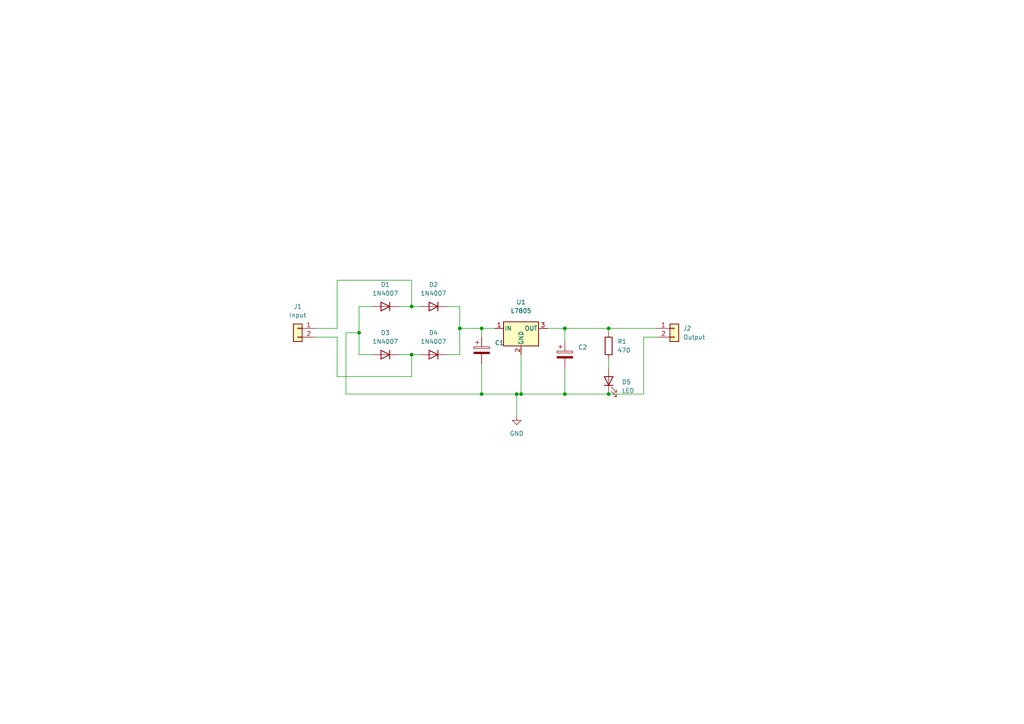
<source format=kicad_sch>
(kicad_sch (version 20211123) (generator eeschema)

  (uuid 4660dd21-c7e0-472c-aaad-92d95d1d41dc)

  (paper "A4")

  (title_block
    (title "Bridge Rectifier and Regulator")
  )

  (lib_symbols
    (symbol "Connector_Generic:Conn_01x02" (pin_names (offset 1.016) hide) (in_bom yes) (on_board yes)
      (property "Reference" "J" (id 0) (at 0 2.54 0)
        (effects (font (size 1.27 1.27)))
      )
      (property "Value" "Conn_01x02" (id 1) (at 0 -5.08 0)
        (effects (font (size 1.27 1.27)))
      )
      (property "Footprint" "" (id 2) (at 0 0 0)
        (effects (font (size 1.27 1.27)) hide)
      )
      (property "Datasheet" "~" (id 3) (at 0 0 0)
        (effects (font (size 1.27 1.27)) hide)
      )
      (property "ki_keywords" "connector" (id 4) (at 0 0 0)
        (effects (font (size 1.27 1.27)) hide)
      )
      (property "ki_description" "Generic connector, single row, 01x02, script generated (kicad-library-utils/schlib/autogen/connector/)" (id 5) (at 0 0 0)
        (effects (font (size 1.27 1.27)) hide)
      )
      (property "ki_fp_filters" "Connector*:*_1x??_*" (id 6) (at 0 0 0)
        (effects (font (size 1.27 1.27)) hide)
      )
      (symbol "Conn_01x02_1_1"
        (rectangle (start -1.27 -2.413) (end 0 -2.667)
          (stroke (width 0.1524) (type default) (color 0 0 0 0))
          (fill (type none))
        )
        (rectangle (start -1.27 0.127) (end 0 -0.127)
          (stroke (width 0.1524) (type default) (color 0 0 0 0))
          (fill (type none))
        )
        (rectangle (start -1.27 1.27) (end 1.27 -3.81)
          (stroke (width 0.254) (type default) (color 0 0 0 0))
          (fill (type background))
        )
        (pin passive line (at -5.08 0 0) (length 3.81)
          (name "Pin_1" (effects (font (size 1.27 1.27))))
          (number "1" (effects (font (size 1.27 1.27))))
        )
        (pin passive line (at -5.08 -2.54 0) (length 3.81)
          (name "Pin_2" (effects (font (size 1.27 1.27))))
          (number "2" (effects (font (size 1.27 1.27))))
        )
      )
    )
    (symbol "Device:C_Polarized" (pin_numbers hide) (pin_names (offset 0.254)) (in_bom yes) (on_board yes)
      (property "Reference" "C" (id 0) (at 0.635 2.54 0)
        (effects (font (size 1.27 1.27)) (justify left))
      )
      (property "Value" "C_Polarized" (id 1) (at 0.635 -2.54 0)
        (effects (font (size 1.27 1.27)) (justify left))
      )
      (property "Footprint" "" (id 2) (at 0.9652 -3.81 0)
        (effects (font (size 1.27 1.27)) hide)
      )
      (property "Datasheet" "~" (id 3) (at 0 0 0)
        (effects (font (size 1.27 1.27)) hide)
      )
      (property "ki_keywords" "cap capacitor" (id 4) (at 0 0 0)
        (effects (font (size 1.27 1.27)) hide)
      )
      (property "ki_description" "Polarized capacitor" (id 5) (at 0 0 0)
        (effects (font (size 1.27 1.27)) hide)
      )
      (property "ki_fp_filters" "CP_*" (id 6) (at 0 0 0)
        (effects (font (size 1.27 1.27)) hide)
      )
      (symbol "C_Polarized_0_1"
        (rectangle (start -2.286 0.508) (end 2.286 1.016)
          (stroke (width 0) (type default) (color 0 0 0 0))
          (fill (type none))
        )
        (polyline
          (pts
            (xy -1.778 2.286)
            (xy -0.762 2.286)
          )
          (stroke (width 0) (type default) (color 0 0 0 0))
          (fill (type none))
        )
        (polyline
          (pts
            (xy -1.27 2.794)
            (xy -1.27 1.778)
          )
          (stroke (width 0) (type default) (color 0 0 0 0))
          (fill (type none))
        )
        (rectangle (start 2.286 -0.508) (end -2.286 -1.016)
          (stroke (width 0) (type default) (color 0 0 0 0))
          (fill (type outline))
        )
      )
      (symbol "C_Polarized_1_1"
        (pin passive line (at 0 3.81 270) (length 2.794)
          (name "~" (effects (font (size 1.27 1.27))))
          (number "1" (effects (font (size 1.27 1.27))))
        )
        (pin passive line (at 0 -3.81 90) (length 2.794)
          (name "~" (effects (font (size 1.27 1.27))))
          (number "2" (effects (font (size 1.27 1.27))))
        )
      )
    )
    (symbol "Device:LED" (pin_numbers hide) (pin_names (offset 1.016) hide) (in_bom yes) (on_board yes)
      (property "Reference" "D" (id 0) (at 0 2.54 0)
        (effects (font (size 1.27 1.27)))
      )
      (property "Value" "LED" (id 1) (at 0 -2.54 0)
        (effects (font (size 1.27 1.27)))
      )
      (property "Footprint" "" (id 2) (at 0 0 0)
        (effects (font (size 1.27 1.27)) hide)
      )
      (property "Datasheet" "~" (id 3) (at 0 0 0)
        (effects (font (size 1.27 1.27)) hide)
      )
      (property "ki_keywords" "LED diode" (id 4) (at 0 0 0)
        (effects (font (size 1.27 1.27)) hide)
      )
      (property "ki_description" "Light emitting diode" (id 5) (at 0 0 0)
        (effects (font (size 1.27 1.27)) hide)
      )
      (property "ki_fp_filters" "LED* LED_SMD:* LED_THT:*" (id 6) (at 0 0 0)
        (effects (font (size 1.27 1.27)) hide)
      )
      (symbol "LED_0_1"
        (polyline
          (pts
            (xy -1.27 -1.27)
            (xy -1.27 1.27)
          )
          (stroke (width 0.254) (type default) (color 0 0 0 0))
          (fill (type none))
        )
        (polyline
          (pts
            (xy -1.27 0)
            (xy 1.27 0)
          )
          (stroke (width 0) (type default) (color 0 0 0 0))
          (fill (type none))
        )
        (polyline
          (pts
            (xy 1.27 -1.27)
            (xy 1.27 1.27)
            (xy -1.27 0)
            (xy 1.27 -1.27)
          )
          (stroke (width 0.254) (type default) (color 0 0 0 0))
          (fill (type none))
        )
        (polyline
          (pts
            (xy -3.048 -0.762)
            (xy -4.572 -2.286)
            (xy -3.81 -2.286)
            (xy -4.572 -2.286)
            (xy -4.572 -1.524)
          )
          (stroke (width 0) (type default) (color 0 0 0 0))
          (fill (type none))
        )
        (polyline
          (pts
            (xy -1.778 -0.762)
            (xy -3.302 -2.286)
            (xy -2.54 -2.286)
            (xy -3.302 -2.286)
            (xy -3.302 -1.524)
          )
          (stroke (width 0) (type default) (color 0 0 0 0))
          (fill (type none))
        )
      )
      (symbol "LED_1_1"
        (pin passive line (at -3.81 0 0) (length 2.54)
          (name "K" (effects (font (size 1.27 1.27))))
          (number "1" (effects (font (size 1.27 1.27))))
        )
        (pin passive line (at 3.81 0 180) (length 2.54)
          (name "A" (effects (font (size 1.27 1.27))))
          (number "2" (effects (font (size 1.27 1.27))))
        )
      )
    )
    (symbol "Device:R" (pin_numbers hide) (pin_names (offset 0)) (in_bom yes) (on_board yes)
      (property "Reference" "R" (id 0) (at 2.032 0 90)
        (effects (font (size 1.27 1.27)))
      )
      (property "Value" "R" (id 1) (at 0 0 90)
        (effects (font (size 1.27 1.27)))
      )
      (property "Footprint" "" (id 2) (at -1.778 0 90)
        (effects (font (size 1.27 1.27)) hide)
      )
      (property "Datasheet" "~" (id 3) (at 0 0 0)
        (effects (font (size 1.27 1.27)) hide)
      )
      (property "ki_keywords" "R res resistor" (id 4) (at 0 0 0)
        (effects (font (size 1.27 1.27)) hide)
      )
      (property "ki_description" "Resistor" (id 5) (at 0 0 0)
        (effects (font (size 1.27 1.27)) hide)
      )
      (property "ki_fp_filters" "R_*" (id 6) (at 0 0 0)
        (effects (font (size 1.27 1.27)) hide)
      )
      (symbol "R_0_1"
        (rectangle (start -1.016 -2.54) (end 1.016 2.54)
          (stroke (width 0.254) (type default) (color 0 0 0 0))
          (fill (type none))
        )
      )
      (symbol "R_1_1"
        (pin passive line (at 0 3.81 270) (length 1.27)
          (name "~" (effects (font (size 1.27 1.27))))
          (number "1" (effects (font (size 1.27 1.27))))
        )
        (pin passive line (at 0 -3.81 90) (length 1.27)
          (name "~" (effects (font (size 1.27 1.27))))
          (number "2" (effects (font (size 1.27 1.27))))
        )
      )
    )
    (symbol "Diode:1N4007" (pin_numbers hide) (pin_names hide) (in_bom yes) (on_board yes)
      (property "Reference" "D" (id 0) (at 0 2.54 0)
        (effects (font (size 1.27 1.27)))
      )
      (property "Value" "1N4007" (id 1) (at 0 -2.54 0)
        (effects (font (size 1.27 1.27)))
      )
      (property "Footprint" "Diode_THT:D_DO-41_SOD81_P10.16mm_Horizontal" (id 2) (at 0 -4.445 0)
        (effects (font (size 1.27 1.27)) hide)
      )
      (property "Datasheet" "http://www.vishay.com/docs/88503/1n4001.pdf" (id 3) (at 0 0 0)
        (effects (font (size 1.27 1.27)) hide)
      )
      (property "ki_keywords" "diode" (id 4) (at 0 0 0)
        (effects (font (size 1.27 1.27)) hide)
      )
      (property "ki_description" "1000V 1A General Purpose Rectifier Diode, DO-41" (id 5) (at 0 0 0)
        (effects (font (size 1.27 1.27)) hide)
      )
      (property "ki_fp_filters" "D*DO?41*" (id 6) (at 0 0 0)
        (effects (font (size 1.27 1.27)) hide)
      )
      (symbol "1N4007_0_1"
        (polyline
          (pts
            (xy -1.27 1.27)
            (xy -1.27 -1.27)
          )
          (stroke (width 0.254) (type default) (color 0 0 0 0))
          (fill (type none))
        )
        (polyline
          (pts
            (xy 1.27 0)
            (xy -1.27 0)
          )
          (stroke (width 0) (type default) (color 0 0 0 0))
          (fill (type none))
        )
        (polyline
          (pts
            (xy 1.27 1.27)
            (xy 1.27 -1.27)
            (xy -1.27 0)
            (xy 1.27 1.27)
          )
          (stroke (width 0.254) (type default) (color 0 0 0 0))
          (fill (type none))
        )
      )
      (symbol "1N4007_1_1"
        (pin passive line (at -3.81 0 0) (length 2.54)
          (name "K" (effects (font (size 1.27 1.27))))
          (number "1" (effects (font (size 1.27 1.27))))
        )
        (pin passive line (at 3.81 0 180) (length 2.54)
          (name "A" (effects (font (size 1.27 1.27))))
          (number "2" (effects (font (size 1.27 1.27))))
        )
      )
    )
    (symbol "Regulator_Linear:L7805" (pin_names (offset 0.254)) (in_bom yes) (on_board yes)
      (property "Reference" "U" (id 0) (at -3.81 3.175 0)
        (effects (font (size 1.27 1.27)))
      )
      (property "Value" "L7805" (id 1) (at 0 3.175 0)
        (effects (font (size 1.27 1.27)) (justify left))
      )
      (property "Footprint" "" (id 2) (at 0.635 -3.81 0)
        (effects (font (size 1.27 1.27) italic) (justify left) hide)
      )
      (property "Datasheet" "http://www.st.com/content/ccc/resource/technical/document/datasheet/41/4f/b3/b0/12/d4/47/88/CD00000444.pdf/files/CD00000444.pdf/jcr:content/translations/en.CD00000444.pdf" (id 3) (at 0 -1.27 0)
        (effects (font (size 1.27 1.27)) hide)
      )
      (property "ki_keywords" "Voltage Regulator 1.5A Positive" (id 4) (at 0 0 0)
        (effects (font (size 1.27 1.27)) hide)
      )
      (property "ki_description" "Positive 1.5A 35V Linear Regulator, Fixed Output 5V, TO-220/TO-263/TO-252" (id 5) (at 0 0 0)
        (effects (font (size 1.27 1.27)) hide)
      )
      (property "ki_fp_filters" "TO?252* TO?263* TO?220*" (id 6) (at 0 0 0)
        (effects (font (size 1.27 1.27)) hide)
      )
      (symbol "L7805_0_1"
        (rectangle (start -5.08 1.905) (end 5.08 -5.08)
          (stroke (width 0.254) (type default) (color 0 0 0 0))
          (fill (type background))
        )
      )
      (symbol "L7805_1_1"
        (pin power_in line (at -7.62 0 0) (length 2.54)
          (name "IN" (effects (font (size 1.27 1.27))))
          (number "1" (effects (font (size 1.27 1.27))))
        )
        (pin power_in line (at 0 -7.62 90) (length 2.54)
          (name "GND" (effects (font (size 1.27 1.27))))
          (number "2" (effects (font (size 1.27 1.27))))
        )
        (pin power_out line (at 7.62 0 180) (length 2.54)
          (name "OUT" (effects (font (size 1.27 1.27))))
          (number "3" (effects (font (size 1.27 1.27))))
        )
      )
    )
    (symbol "power:GND" (power) (pin_names (offset 0)) (in_bom yes) (on_board yes)
      (property "Reference" "#PWR" (id 0) (at 0 -6.35 0)
        (effects (font (size 1.27 1.27)) hide)
      )
      (property "Value" "GND" (id 1) (at 0 -3.81 0)
        (effects (font (size 1.27 1.27)))
      )
      (property "Footprint" "" (id 2) (at 0 0 0)
        (effects (font (size 1.27 1.27)) hide)
      )
      (property "Datasheet" "" (id 3) (at 0 0 0)
        (effects (font (size 1.27 1.27)) hide)
      )
      (property "ki_keywords" "global power" (id 4) (at 0 0 0)
        (effects (font (size 1.27 1.27)) hide)
      )
      (property "ki_description" "Power symbol creates a global label with name \"GND\" , ground" (id 5) (at 0 0 0)
        (effects (font (size 1.27 1.27)) hide)
      )
      (symbol "GND_0_1"
        (polyline
          (pts
            (xy 0 0)
            (xy 0 -1.27)
            (xy 1.27 -1.27)
            (xy 0 -2.54)
            (xy -1.27 -1.27)
            (xy 0 -1.27)
          )
          (stroke (width 0) (type default) (color 0 0 0 0))
          (fill (type none))
        )
      )
      (symbol "GND_1_1"
        (pin power_in line (at 0 0 270) (length 0) hide
          (name "GND" (effects (font (size 1.27 1.27))))
          (number "1" (effects (font (size 1.27 1.27))))
        )
      )
    )
  )

  (junction (at 176.53 114.3) (diameter 0) (color 0 0 0 0)
    (uuid 296272ef-fa00-4ae8-ada8-bd1fbf640093)
  )
  (junction (at 163.83 114.3) (diameter 0) (color 0 0 0 0)
    (uuid 2d72ef92-51ce-40d2-9194-63ac62a151b9)
  )
  (junction (at 163.83 95.25) (diameter 0) (color 0 0 0 0)
    (uuid 4e4ab494-f5e4-4f91-9818-5ce57dc7f5d2)
  )
  (junction (at 176.53 95.25) (diameter 0) (color 0 0 0 0)
    (uuid 6da0d235-58b1-4f04-b14a-9cbdba012eea)
  )
  (junction (at 119.38 88.9) (diameter 0) (color 0 0 0 0)
    (uuid 814ccb8e-4de7-46a5-b91a-9bed3782f834)
  )
  (junction (at 151.13 114.3) (diameter 0) (color 0 0 0 0)
    (uuid 9096f7f1-df30-4538-970f-5aba58bd0037)
  )
  (junction (at 104.14 96.52) (diameter 0) (color 0 0 0 0)
    (uuid b4270e52-391b-475c-80d4-20befe240352)
  )
  (junction (at 119.38 102.87) (diameter 0) (color 0 0 0 0)
    (uuid b5e7ead8-abd9-4446-b34c-427260aa5336)
  )
  (junction (at 139.7 95.25) (diameter 0) (color 0 0 0 0)
    (uuid d27a65e8-2f9a-4433-a9a5-0a474d34c4ec)
  )
  (junction (at 149.86 114.3) (diameter 0) (color 0 0 0 0)
    (uuid e7e931cb-681f-4bff-8e92-45484b75a45b)
  )
  (junction (at 139.7 114.3) (diameter 0) (color 0 0 0 0)
    (uuid ebf0b883-64e4-4a65-89a5-8cf4e27eaaea)
  )
  (junction (at 133.35 95.25) (diameter 0) (color 0 0 0 0)
    (uuid f5a5a568-132d-49fd-a49b-f31f255454b3)
  )

  (wire (pts (xy 129.54 88.9) (xy 133.35 88.9))
    (stroke (width 0) (type default) (color 0 0 0 0))
    (uuid 0a5f29f2-be5a-4f88-b42f-16a599a9b977)
  )
  (wire (pts (xy 163.83 106.68) (xy 163.83 114.3))
    (stroke (width 0) (type default) (color 0 0 0 0))
    (uuid 0d99611a-53c7-4ff0-a017-fd579ba61f04)
  )
  (wire (pts (xy 176.53 95.25) (xy 190.5 95.25))
    (stroke (width 0) (type default) (color 0 0 0 0))
    (uuid 1bb1700a-1221-46b2-85cc-bd15f78ea436)
  )
  (wire (pts (xy 133.35 95.25) (xy 133.35 102.87))
    (stroke (width 0) (type default) (color 0 0 0 0))
    (uuid 330fed71-2241-42ab-b645-6598467f8c48)
  )
  (wire (pts (xy 115.57 88.9) (xy 119.38 88.9))
    (stroke (width 0) (type default) (color 0 0 0 0))
    (uuid 360e3d1f-4376-4882-8161-4f69546c904e)
  )
  (wire (pts (xy 91.44 97.79) (xy 97.79 97.79))
    (stroke (width 0) (type default) (color 0 0 0 0))
    (uuid 372beba0-03f8-4545-bb69-27a40cf6a53d)
  )
  (wire (pts (xy 104.14 102.87) (xy 107.95 102.87))
    (stroke (width 0) (type default) (color 0 0 0 0))
    (uuid 386353d5-b4bb-419c-889c-862598b99847)
  )
  (wire (pts (xy 91.44 95.25) (xy 97.79 95.25))
    (stroke (width 0) (type default) (color 0 0 0 0))
    (uuid 3e2a6476-e7fc-4623-a467-724e11868b96)
  )
  (wire (pts (xy 97.79 109.22) (xy 119.38 109.22))
    (stroke (width 0) (type default) (color 0 0 0 0))
    (uuid 431cd790-c2b3-46fb-a660-7d3d53e8d126)
  )
  (wire (pts (xy 100.33 96.52) (xy 104.14 96.52))
    (stroke (width 0) (type default) (color 0 0 0 0))
    (uuid 43b94340-5323-442f-a873-47bf724e0d2d)
  )
  (wire (pts (xy 97.79 95.25) (xy 97.79 81.28))
    (stroke (width 0) (type default) (color 0 0 0 0))
    (uuid 517d932b-57ce-4052-a8d0-b672b53c8eb6)
  )
  (wire (pts (xy 119.38 102.87) (xy 121.92 102.87))
    (stroke (width 0) (type default) (color 0 0 0 0))
    (uuid 59319c66-fbd2-491c-8ada-78b73ae2ad90)
  )
  (wire (pts (xy 149.86 114.3) (xy 139.7 114.3))
    (stroke (width 0) (type default) (color 0 0 0 0))
    (uuid 5994b75e-1c8a-44b2-beb2-52cc8996f1f9)
  )
  (wire (pts (xy 129.54 102.87) (xy 133.35 102.87))
    (stroke (width 0) (type default) (color 0 0 0 0))
    (uuid 5d322d76-c443-4211-973e-4c99abb82db4)
  )
  (wire (pts (xy 176.53 114.3) (xy 186.69 114.3))
    (stroke (width 0) (type default) (color 0 0 0 0))
    (uuid 5fb8af49-d1dc-48aa-a6ea-055ba640964f)
  )
  (wire (pts (xy 139.7 95.25) (xy 143.51 95.25))
    (stroke (width 0) (type default) (color 0 0 0 0))
    (uuid 63358c96-f7a4-47be-a5c9-b5798e4fa494)
  )
  (wire (pts (xy 163.83 95.25) (xy 176.53 95.25))
    (stroke (width 0) (type default) (color 0 0 0 0))
    (uuid 6b4e5e62-0f35-4e59-b2f7-4e5e75d96e46)
  )
  (wire (pts (xy 176.53 95.25) (xy 176.53 96.52))
    (stroke (width 0) (type default) (color 0 0 0 0))
    (uuid 732d8d74-f82e-48ae-8103-1abe4350774d)
  )
  (wire (pts (xy 139.7 114.3) (xy 100.33 114.3))
    (stroke (width 0) (type default) (color 0 0 0 0))
    (uuid 7822983f-f364-4e13-a5d7-7c9584c005af)
  )
  (wire (pts (xy 149.86 120.65) (xy 149.86 114.3))
    (stroke (width 0) (type default) (color 0 0 0 0))
    (uuid 7caddb24-5581-40d7-b2be-86d57428fd69)
  )
  (wire (pts (xy 149.86 114.3) (xy 151.13 114.3))
    (stroke (width 0) (type default) (color 0 0 0 0))
    (uuid 7f7daa1e-57c3-4944-904e-3787c0410e0c)
  )
  (wire (pts (xy 119.38 102.87) (xy 119.38 109.22))
    (stroke (width 0) (type default) (color 0 0 0 0))
    (uuid 831c2f14-c67e-4b1e-ba89-ee09e486ad94)
  )
  (wire (pts (xy 133.35 95.25) (xy 139.7 95.25))
    (stroke (width 0) (type default) (color 0 0 0 0))
    (uuid 865c081e-8309-41c8-bbe7-02d13d7ccfd0)
  )
  (wire (pts (xy 104.14 88.9) (xy 104.14 96.52))
    (stroke (width 0) (type default) (color 0 0 0 0))
    (uuid 900708ac-7a0c-4364-853f-bb1bb6c74fe2)
  )
  (wire (pts (xy 139.7 95.25) (xy 139.7 97.79))
    (stroke (width 0) (type default) (color 0 0 0 0))
    (uuid 90c170b9-efdb-44f9-887a-e4c6b0770ec5)
  )
  (wire (pts (xy 163.83 95.25) (xy 163.83 99.06))
    (stroke (width 0) (type default) (color 0 0 0 0))
    (uuid 96b5d693-c555-4a3a-8e95-988e742b772b)
  )
  (wire (pts (xy 186.69 97.79) (xy 190.5 97.79))
    (stroke (width 0) (type default) (color 0 0 0 0))
    (uuid a036162d-5569-4a3b-b273-f007cff6acf4)
  )
  (wire (pts (xy 151.13 114.3) (xy 163.83 114.3))
    (stroke (width 0) (type default) (color 0 0 0 0))
    (uuid a8e7e569-8873-471f-b0ef-b87e410df315)
  )
  (wire (pts (xy 151.13 102.87) (xy 151.13 114.3))
    (stroke (width 0) (type default) (color 0 0 0 0))
    (uuid b4aece7e-4090-48e5-af5a-f2e56f6a12a6)
  )
  (wire (pts (xy 100.33 114.3) (xy 100.33 96.52))
    (stroke (width 0) (type default) (color 0 0 0 0))
    (uuid bde8b1eb-389d-49f2-9d9a-d50d43e63df8)
  )
  (wire (pts (xy 163.83 114.3) (xy 176.53 114.3))
    (stroke (width 0) (type default) (color 0 0 0 0))
    (uuid be165db6-fbc4-4399-85e0-1da60cc85cae)
  )
  (wire (pts (xy 119.38 88.9) (xy 121.92 88.9))
    (stroke (width 0) (type default) (color 0 0 0 0))
    (uuid c0f12565-5b70-4f99-b6bc-f3f282b8ea3b)
  )
  (wire (pts (xy 119.38 81.28) (xy 119.38 88.9))
    (stroke (width 0) (type default) (color 0 0 0 0))
    (uuid c4918e3b-bfbf-4693-b0b1-5f1101a38fd9)
  )
  (wire (pts (xy 107.95 88.9) (xy 104.14 88.9))
    (stroke (width 0) (type default) (color 0 0 0 0))
    (uuid cf0343ad-39eb-4759-861a-3dccf346eb4a)
  )
  (wire (pts (xy 97.79 97.79) (xy 97.79 109.22))
    (stroke (width 0) (type default) (color 0 0 0 0))
    (uuid d48b30b7-26a7-4707-86e2-c1b7aea08008)
  )
  (wire (pts (xy 158.75 95.25) (xy 163.83 95.25))
    (stroke (width 0) (type default) (color 0 0 0 0))
    (uuid d8662c61-3872-4c16-bf7e-7bfe0fc98c35)
  )
  (wire (pts (xy 139.7 105.41) (xy 139.7 114.3))
    (stroke (width 0) (type default) (color 0 0 0 0))
    (uuid df32ce1c-fed6-4ee4-a719-c35b79cd4cf1)
  )
  (wire (pts (xy 104.14 96.52) (xy 104.14 102.87))
    (stroke (width 0) (type default) (color 0 0 0 0))
    (uuid e9441c25-7df9-441b-a168-491d8ed1602f)
  )
  (wire (pts (xy 115.57 102.87) (xy 119.38 102.87))
    (stroke (width 0) (type default) (color 0 0 0 0))
    (uuid ec22b035-c3e3-4bc0-96a5-7e0626402e81)
  )
  (wire (pts (xy 133.35 88.9) (xy 133.35 95.25))
    (stroke (width 0) (type default) (color 0 0 0 0))
    (uuid eecac620-186c-469c-ba68-3448242be444)
  )
  (wire (pts (xy 176.53 104.14) (xy 176.53 106.68))
    (stroke (width 0) (type default) (color 0 0 0 0))
    (uuid f0bb66c2-716f-4e7f-9e71-18a3e5159648)
  )
  (wire (pts (xy 97.79 81.28) (xy 119.38 81.28))
    (stroke (width 0) (type default) (color 0 0 0 0))
    (uuid f829258c-f121-478e-9117-376daa0f36dc)
  )
  (wire (pts (xy 186.69 114.3) (xy 186.69 97.79))
    (stroke (width 0) (type default) (color 0 0 0 0))
    (uuid fde74a63-2ff9-4537-9e99-b8d02d126203)
  )

  (symbol (lib_id "Device:LED") (at 176.53 110.49 90) (unit 1)
    (in_bom yes) (on_board yes) (fields_autoplaced)
    (uuid 0d8faa35-d6d8-4c56-9fad-934d411b3a36)
    (property "Reference" "D5" (id 0) (at 180.34 110.8074 90)
      (effects (font (size 1.27 1.27)) (justify right))
    )
    (property "Value" "LED" (id 1) (at 180.34 113.3474 90)
      (effects (font (size 1.27 1.27)) (justify right))
    )
    (property "Footprint" "LED_THT:LED_D3.0mm" (id 2) (at 176.53 110.49 0)
      (effects (font (size 1.27 1.27)) hide)
    )
    (property "Datasheet" "~" (id 3) (at 176.53 110.49 0)
      (effects (font (size 1.27 1.27)) hide)
    )
    (pin "1" (uuid b6b16be0-9ed6-45a3-8805-da1f868d43dd))
    (pin "2" (uuid 5f1ebcca-48ed-48ce-874f-12865e0cded1))
  )

  (symbol (lib_id "Diode:1N4007") (at 111.76 88.9 180) (unit 1)
    (in_bom yes) (on_board yes)
    (uuid 13df134f-9e18-49fd-9099-406b1a7397b3)
    (property "Reference" "D1" (id 0) (at 111.76 82.55 0))
    (property "Value" "1N4007" (id 1) (at 111.76 85.09 0))
    (property "Footprint" "Diode_THT:D_DO-41_SOD81_P10.16mm_Horizontal" (id 2) (at 111.76 84.455 0)
      (effects (font (size 1.27 1.27)) hide)
    )
    (property "Datasheet" "http://www.vishay.com/docs/88503/1n4001.pdf" (id 3) (at 111.76 88.9 0)
      (effects (font (size 1.27 1.27)) hide)
    )
    (pin "1" (uuid f931415d-f851-4f2b-a43d-8a1bfa274b6f))
    (pin "2" (uuid 2d984933-4de8-403c-9a2e-8e4b9cdf4187))
  )

  (symbol (lib_id "Device:C_Polarized") (at 163.83 102.87 0) (unit 1)
    (in_bom yes) (on_board yes) (fields_autoplaced)
    (uuid 598fe0fe-299e-48e2-98bb-d0e44f8057ce)
    (property "Reference" "C2" (id 0) (at 167.64 100.7109 0)
      (effects (font (size 1.27 1.27)) (justify left))
    )
    (property "Value" " " (id 1) (at 167.64 103.2509 0)
      (effects (font (size 1.27 1.27)) (justify left))
    )
    (property "Footprint" "Capacitor_THT:C_Radial_D10.0mm_H20.0mm_P5.00mm" (id 2) (at 164.7952 106.68 0)
      (effects (font (size 1.27 1.27)) hide)
    )
    (property "Datasheet" "~" (id 3) (at 163.83 102.87 0)
      (effects (font (size 1.27 1.27)) hide)
    )
    (pin "1" (uuid 9a6757f7-6e5f-4f39-992b-fb8e4e1851de))
    (pin "2" (uuid 25010104-50aa-4609-abbc-f0f12fe3cf69))
  )

  (symbol (lib_id "Connector_Generic:Conn_01x02") (at 86.36 95.25 0) (mirror y) (unit 1)
    (in_bom yes) (on_board yes) (fields_autoplaced)
    (uuid 68d03b69-48a0-4d30-ab6b-4e145ce1e4c3)
    (property "Reference" "J1" (id 0) (at 86.36 88.9 0))
    (property "Value" "Input" (id 1) (at 86.36 91.44 0))
    (property "Footprint" "Resistor_THT:R_Axial_DIN0207_L6.3mm_D2.5mm_P5.08mm_Vertical" (id 2) (at 86.36 95.25 0)
      (effects (font (size 1.27 1.27)) hide)
    )
    (property "Datasheet" "~" (id 3) (at 86.36 95.25 0)
      (effects (font (size 1.27 1.27)) hide)
    )
    (pin "1" (uuid ee7db264-3d93-4f0d-9034-9465f23219d8))
    (pin "2" (uuid 051bf28f-e818-4c0d-9d75-9f9837c75b94))
  )

  (symbol (lib_id "Diode:1N4007") (at 125.73 88.9 180) (unit 1)
    (in_bom yes) (on_board yes) (fields_autoplaced)
    (uuid 7e3946ee-cf23-485f-bce3-e22287648dc1)
    (property "Reference" "D2" (id 0) (at 125.73 82.55 0))
    (property "Value" "1N4007" (id 1) (at 125.73 85.09 0))
    (property "Footprint" "Diode_THT:D_DO-41_SOD81_P10.16mm_Horizontal" (id 2) (at 125.73 84.455 0)
      (effects (font (size 1.27 1.27)) hide)
    )
    (property "Datasheet" "http://www.vishay.com/docs/88503/1n4001.pdf" (id 3) (at 125.73 88.9 0)
      (effects (font (size 1.27 1.27)) hide)
    )
    (pin "1" (uuid 31ab285e-dc9c-4eb5-ae11-5fa6f7d34914))
    (pin "2" (uuid d93fe2f4-2003-4c96-993f-834f1e01c231))
  )

  (symbol (lib_id "Regulator_Linear:L7805") (at 151.13 95.25 0) (unit 1)
    (in_bom yes) (on_board yes) (fields_autoplaced)
    (uuid a1a1507a-b7ba-4169-b299-e0bb041a1cb6)
    (property "Reference" "U1" (id 0) (at 151.13 87.63 0))
    (property "Value" "L7805" (id 1) (at 151.13 90.17 0))
    (property "Footprint" "Connector_PinSocket_2.54mm:PinSocket_1x03_P2.54mm_Vertical" (id 2) (at 151.765 99.06 0)
      (effects (font (size 1.27 1.27) italic) (justify left) hide)
    )
    (property "Datasheet" "http://www.st.com/content/ccc/resource/technical/document/datasheet/41/4f/b3/b0/12/d4/47/88/CD00000444.pdf/files/CD00000444.pdf/jcr:content/translations/en.CD00000444.pdf" (id 3) (at 151.13 96.52 0)
      (effects (font (size 1.27 1.27)) hide)
    )
    (pin "1" (uuid 42d4be14-bcfa-4696-bd0b-f00d34c7a16e))
    (pin "2" (uuid a9e56612-b4b2-458d-8a12-1fac99356710))
    (pin "3" (uuid 8d2f53c9-d447-4a48-9887-072413656c33))
  )

  (symbol (lib_id "power:GND") (at 149.86 120.65 0) (unit 1)
    (in_bom yes) (on_board yes) (fields_autoplaced)
    (uuid a5397dff-024f-4822-a976-7b7cac42ab85)
    (property "Reference" "#PWR0101" (id 0) (at 149.86 127 0)
      (effects (font (size 1.27 1.27)) hide)
    )
    (property "Value" "GND" (id 1) (at 149.86 125.73 0))
    (property "Footprint" "" (id 2) (at 149.86 120.65 0)
      (effects (font (size 1.27 1.27)) hide)
    )
    (property "Datasheet" "" (id 3) (at 149.86 120.65 0)
      (effects (font (size 1.27 1.27)) hide)
    )
    (pin "1" (uuid 990d0ae3-7839-4e82-9e8e-b1a448e1061f))
  )

  (symbol (lib_id "Device:R") (at 176.53 100.33 0) (unit 1)
    (in_bom yes) (on_board yes) (fields_autoplaced)
    (uuid aa7503f2-df38-4532-bdc5-22a8b9a95d9d)
    (property "Reference" "R1" (id 0) (at 179.07 99.0599 0)
      (effects (font (size 1.27 1.27)) (justify left))
    )
    (property "Value" "470" (id 1) (at 179.07 101.5999 0)
      (effects (font (size 1.27 1.27)) (justify left))
    )
    (property "Footprint" "Resistor_THT:R_Axial_DIN0207_L6.3mm_D2.5mm_P10.16mm_Horizontal" (id 2) (at 174.752 100.33 90)
      (effects (font (size 1.27 1.27)) hide)
    )
    (property "Datasheet" "~" (id 3) (at 176.53 100.33 0)
      (effects (font (size 1.27 1.27)) hide)
    )
    (pin "1" (uuid b7bb5bdd-26b5-4863-8e01-e045a8aada90))
    (pin "2" (uuid a4737e36-f295-46f7-bfee-77e800dadd3e))
  )

  (symbol (lib_id "Diode:1N4007") (at 125.73 102.87 180) (unit 1)
    (in_bom yes) (on_board yes) (fields_autoplaced)
    (uuid af5bbd72-7910-4855-bf81-aedd3b5c6ccb)
    (property "Reference" "D4" (id 0) (at 125.73 96.52 0))
    (property "Value" "1N4007" (id 1) (at 125.73 99.06 0))
    (property "Footprint" "Diode_THT:D_DO-41_SOD81_P10.16mm_Horizontal" (id 2) (at 125.73 98.425 0)
      (effects (font (size 1.27 1.27)) hide)
    )
    (property "Datasheet" "http://www.vishay.com/docs/88503/1n4001.pdf" (id 3) (at 125.73 102.87 0)
      (effects (font (size 1.27 1.27)) hide)
    )
    (pin "1" (uuid 90a65db8-8a3d-4f14-b58e-5b848c87beda))
    (pin "2" (uuid 55801248-898b-4e9e-9878-b0ee3f41b0f3))
  )

  (symbol (lib_id "Device:C_Polarized") (at 139.7 101.6 0) (unit 1)
    (in_bom yes) (on_board yes) (fields_autoplaced)
    (uuid b0d76427-eadd-4494-a4e6-57caeb972e4a)
    (property "Reference" "C1" (id 0) (at 143.51 99.4409 0)
      (effects (font (size 1.27 1.27)) (justify left))
    )
    (property "Value" " " (id 1) (at 143.51 101.9809 0)
      (effects (font (size 1.27 1.27)) (justify left))
    )
    (property "Footprint" "Capacitor_THT:C_Radial_D10.0mm_H20.0mm_P5.00mm" (id 2) (at 140.6652 105.41 0)
      (effects (font (size 1.27 1.27)) hide)
    )
    (property "Datasheet" "~" (id 3) (at 139.7 101.6 0)
      (effects (font (size 1.27 1.27)) hide)
    )
    (pin "1" (uuid bc288b66-2b4e-43a8-8230-cc183f4907d5))
    (pin "2" (uuid 6e234e91-ebc0-4376-b643-f503817c095c))
  )

  (symbol (lib_id "Diode:1N4007") (at 111.76 102.87 180) (unit 1)
    (in_bom yes) (on_board yes) (fields_autoplaced)
    (uuid df358de6-f973-42a3-bc0a-651eeec68084)
    (property "Reference" "D3" (id 0) (at 111.76 96.52 0))
    (property "Value" "1N4007" (id 1) (at 111.76 99.06 0))
    (property "Footprint" "Diode_THT:D_DO-41_SOD81_P10.16mm_Horizontal" (id 2) (at 111.76 98.425 0)
      (effects (font (size 1.27 1.27)) hide)
    )
    (property "Datasheet" "http://www.vishay.com/docs/88503/1n4001.pdf" (id 3) (at 111.76 102.87 0)
      (effects (font (size 1.27 1.27)) hide)
    )
    (pin "1" (uuid 54a66459-7ce0-49a0-ba8b-e708c9c64685))
    (pin "2" (uuid 5e713921-1c81-4fab-b788-f285380a5183))
  )

  (symbol (lib_id "Connector_Generic:Conn_01x02") (at 195.58 95.25 0) (unit 1)
    (in_bom yes) (on_board yes) (fields_autoplaced)
    (uuid f372e374-517a-424d-939f-43d9fc97250e)
    (property "Reference" "J2" (id 0) (at 198.12 95.2499 0)
      (effects (font (size 1.27 1.27)) (justify left))
    )
    (property "Value" "Output" (id 1) (at 198.12 97.7899 0)
      (effects (font (size 1.27 1.27)) (justify left))
    )
    (property "Footprint" "Resistor_THT:R_Axial_DIN0207_L6.3mm_D2.5mm_P5.08mm_Vertical" (id 2) (at 195.58 95.25 0)
      (effects (font (size 1.27 1.27)) hide)
    )
    (property "Datasheet" "~" (id 3) (at 195.58 95.25 0)
      (effects (font (size 1.27 1.27)) hide)
    )
    (pin "1" (uuid ac874683-b834-4e41-853b-ed674ddd07c2))
    (pin "2" (uuid c866e3fc-a457-4ea3-b200-347cda9a1d87))
  )

  (sheet_instances
    (path "/" (page "1"))
  )

  (symbol_instances
    (path "/a5397dff-024f-4822-a976-7b7cac42ab85"
      (reference "#PWR0101") (unit 1) (value "GND") (footprint "")
    )
    (path "/b0d76427-eadd-4494-a4e6-57caeb972e4a"
      (reference "C1") (unit 1) (value " ") (footprint "Capacitor_THT:C_Radial_D10.0mm_H20.0mm_P5.00mm")
    )
    (path "/598fe0fe-299e-48e2-98bb-d0e44f8057ce"
      (reference "C2") (unit 1) (value " ") (footprint "Capacitor_THT:C_Radial_D10.0mm_H20.0mm_P5.00mm")
    )
    (path "/13df134f-9e18-49fd-9099-406b1a7397b3"
      (reference "D1") (unit 1) (value "1N4007") (footprint "Diode_THT:D_DO-41_SOD81_P10.16mm_Horizontal")
    )
    (path "/7e3946ee-cf23-485f-bce3-e22287648dc1"
      (reference "D2") (unit 1) (value "1N4007") (footprint "Diode_THT:D_DO-41_SOD81_P10.16mm_Horizontal")
    )
    (path "/df358de6-f973-42a3-bc0a-651eeec68084"
      (reference "D3") (unit 1) (value "1N4007") (footprint "Diode_THT:D_DO-41_SOD81_P10.16mm_Horizontal")
    )
    (path "/af5bbd72-7910-4855-bf81-aedd3b5c6ccb"
      (reference "D4") (unit 1) (value "1N4007") (footprint "Diode_THT:D_DO-41_SOD81_P10.16mm_Horizontal")
    )
    (path "/0d8faa35-d6d8-4c56-9fad-934d411b3a36"
      (reference "D5") (unit 1) (value "LED") (footprint "LED_THT:LED_D3.0mm")
    )
    (path "/68d03b69-48a0-4d30-ab6b-4e145ce1e4c3"
      (reference "J1") (unit 1) (value "Input") (footprint "Resistor_THT:R_Axial_DIN0207_L6.3mm_D2.5mm_P5.08mm_Vertical")
    )
    (path "/f372e374-517a-424d-939f-43d9fc97250e"
      (reference "J2") (unit 1) (value "Output") (footprint "Resistor_THT:R_Axial_DIN0207_L6.3mm_D2.5mm_P5.08mm_Vertical")
    )
    (path "/aa7503f2-df38-4532-bdc5-22a8b9a95d9d"
      (reference "R1") (unit 1) (value "470") (footprint "Resistor_THT:R_Axial_DIN0207_L6.3mm_D2.5mm_P10.16mm_Horizontal")
    )
    (path "/a1a1507a-b7ba-4169-b299-e0bb041a1cb6"
      (reference "U1") (unit 1) (value "L7805") (footprint "Connector_PinSocket_2.54mm:PinSocket_1x03_P2.54mm_Vertical")
    )
  )
)

</source>
